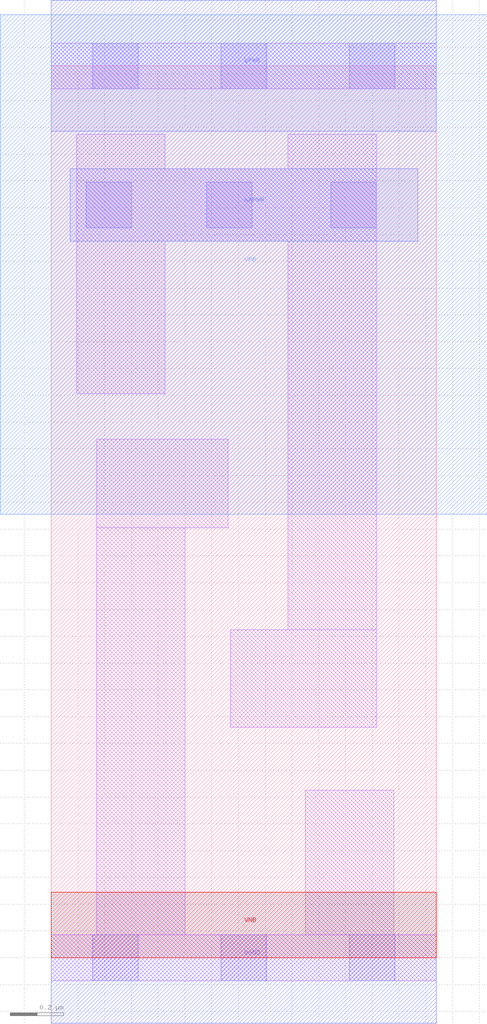
<source format=lef>
# Copyright 2020 The SkyWater PDK Authors
#
# Licensed under the Apache License, Version 2.0 (the "License");
# you may not use this file except in compliance with the License.
# You may obtain a copy of the License at
#
#     https://www.apache.org/licenses/LICENSE-2.0
#
# Unless required by applicable law or agreed to in writing, software
# distributed under the License is distributed on an "AS IS" BASIS,
# WITHOUT WARRANTIES OR CONDITIONS OF ANY KIND, either express or implied.
# See the License for the specific language governing permissions and
# limitations under the License.
#
# SPDX-License-Identifier: Apache-2.0

VERSION 5.7 ;
  NOWIREEXTENSIONATPIN ON ;
  DIVIDERCHAR "/" ;
  BUSBITCHARS "[]" ;
MACRO sky130_fd_sc_lp__decapkapwr_3
  CLASS CORE SPACER ;
  FOREIGN sky130_fd_sc_lp__decapkapwr_3 ;
  ORIGIN  0.000000  0.000000 ;
  SIZE  1.440000 BY  3.330000 ;
  SYMMETRY X Y R90 ;
  SITE unit ;
  PIN KAPWR
    DIRECTION INOUT ;
    USE POWER ;
    PORT
      LAYER met1 ;
        RECT 0.070000 2.675000 1.370000 2.945000 ;
    END
  END KAPWR
  PIN VGND
    DIRECTION INOUT ;
    USE GROUND ;
    PORT
      LAYER met1 ;
        RECT 0.000000 -0.245000 1.440000 0.245000 ;
    END
  END VGND
  PIN VNB
    DIRECTION INOUT ;
    USE GROUND ;
    PORT
      LAYER pwell ;
        RECT 0.000000 0.000000 1.440000 0.245000 ;
    END
  END VNB
  PIN VPB
    DIRECTION INOUT ;
    USE POWER ;
    PORT
      LAYER nwell ;
        RECT -0.190000 1.655000 1.630000 3.520000 ;
    END
  END VPB
  PIN VPWR
    DIRECTION INOUT ;
    USE POWER ;
    PORT
      LAYER met1 ;
        RECT 0.000000 3.085000 1.440000 3.575000 ;
    END
  END VPWR
  OBS
    LAYER li1 ;
      RECT 0.000000 -0.085000 1.440000 0.085000 ;
      RECT 0.000000  3.245000 1.440000 3.415000 ;
      RECT 0.095000  2.105000 0.425000 2.675000 ;
      RECT 0.095000  2.675000 1.215000 2.945000 ;
      RECT 0.095000  2.945000 0.425000 3.075000 ;
      RECT 0.170000  0.085000 0.500000 1.605000 ;
      RECT 0.170000  1.605000 0.660000 1.935000 ;
      RECT 0.670000  0.860000 1.215000 1.225000 ;
      RECT 0.885000  1.225000 1.215000 2.675000 ;
      RECT 0.885000  2.945000 1.215000 3.075000 ;
      RECT 0.950000  0.085000 1.280000 0.625000 ;
    LAYER mcon ;
      RECT 0.130000  2.725000 0.300000 2.895000 ;
      RECT 0.155000 -0.085000 0.325000 0.085000 ;
      RECT 0.155000  3.245000 0.325000 3.415000 ;
      RECT 0.580000  2.725000 0.750000 2.895000 ;
      RECT 0.635000 -0.085000 0.805000 0.085000 ;
      RECT 0.635000  3.245000 0.805000 3.415000 ;
      RECT 1.045000  2.725000 1.215000 2.895000 ;
      RECT 1.115000 -0.085000 1.285000 0.085000 ;
      RECT 1.115000  3.245000 1.285000 3.415000 ;
  END
END sky130_fd_sc_lp__decapkapwr_3
END LIBRARY

</source>
